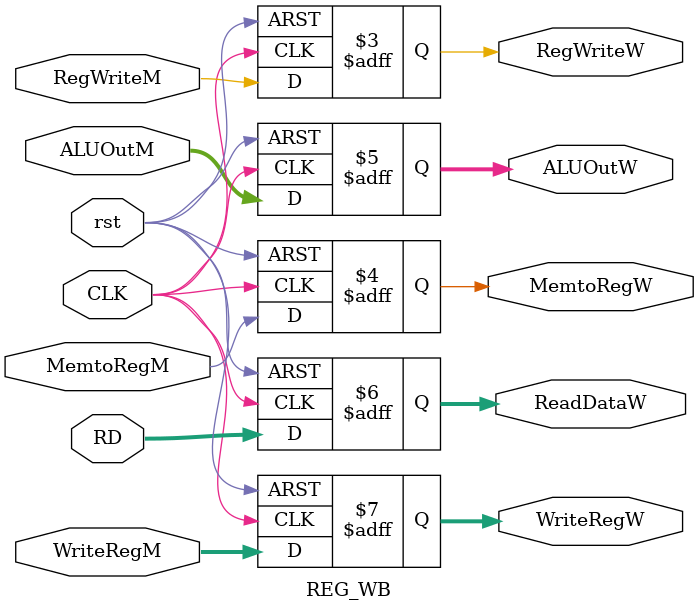
<source format=v>
module REG_WB(
input [31:0] RD,ALUOutM,
input RegWriteM,MemtoRegM,
input [4:0] WriteRegM,
input CLK,rst,
output reg RegWriteW,MemtoRegW,
output reg [31:0] ALUOutW,ReadDataW,
output reg [4:0] WriteRegW 
);
always @(posedge CLK or negedge rst) begin
    if (!rst) begin
RegWriteW<=0;
MemtoRegW<=0;
ALUOutW<=0;
ReadDataW<=0;
WriteRegW<=0;  
end
else
begin
RegWriteW<=RegWriteM;
MemtoRegW<=MemtoRegM;
ALUOutW<=ALUOutM;
ReadDataW<=RD;
WriteRegW<=WriteRegM;
end 
end
endmodule
</source>
